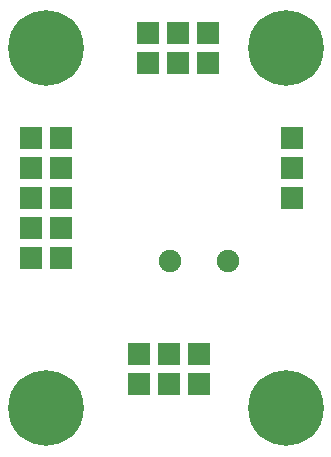
<source format=gbr>
%TF.GenerationSoftware,KiCad,Pcbnew,no-vcs-found-e5c4cfc~61~ubuntu16.04.1*%
%TF.CreationDate,2017-11-06T10:15:23+01:00*%
%TF.ProjectId,RTC03A,5254433033412E6B696361645F706362,REV*%
%TF.SameCoordinates,Original*%
%TF.FileFunction,Soldermask,Top*%
%TF.FilePolarity,Negative*%
%FSLAX46Y46*%
G04 Gerber Fmt 4.6, Leading zero omitted, Abs format (unit mm)*
G04 Created by KiCad (PCBNEW no-vcs-found-e5c4cfc~61~ubuntu16.04.1) date Mon Nov  6 10:15:23 2017*
%MOMM*%
%LPD*%
G01*
G04 APERTURE LIST*
%ADD10C,1.901140*%
%ADD11C,6.400000*%
%ADD12R,1.924000X1.924000*%
G04 APERTURE END LIST*
D10*
X15847060Y17272000D03*
X20728940Y17272000D03*
D11*
X25654000Y35306000D03*
X5334000Y35306000D03*
X25654000Y4826000D03*
X5334000Y4826000D03*
D12*
X18288000Y9398000D03*
X18288000Y6858000D03*
X15748000Y9398000D03*
X15748000Y6858000D03*
X13208000Y6858000D03*
X13208000Y9398000D03*
X6604000Y17526000D03*
X4064000Y17526000D03*
X6604000Y20066000D03*
X4064000Y20066000D03*
X6604000Y22606000D03*
X4064000Y22606000D03*
X6604000Y25146000D03*
X4064000Y25146000D03*
X6604000Y27686000D03*
X4064000Y27686000D03*
X13970000Y34036000D03*
X13970000Y36576000D03*
X16510000Y34036000D03*
X16510000Y36576000D03*
X19050000Y34036000D03*
X19050000Y36576000D03*
X26162000Y27686000D03*
X26162000Y25146000D03*
X26162000Y22606000D03*
M02*

</source>
